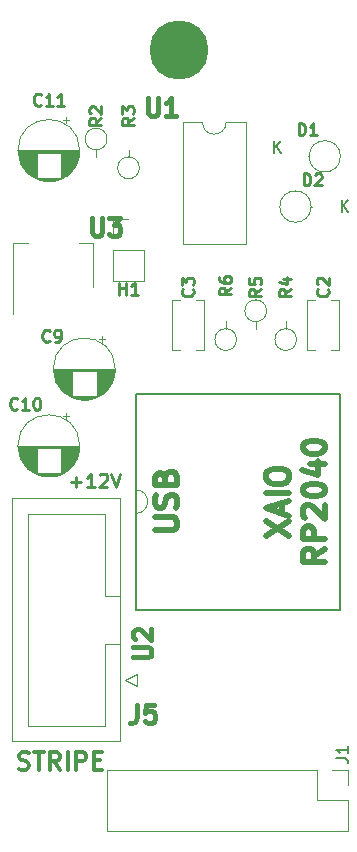
<source format=gto>
%TF.GenerationSoftware,KiCad,Pcbnew,(6.0.1)*%
%TF.CreationDate,2022-09-30T20:37:04-04:00*%
%TF.ProjectId,SYNTH-VCO_DB-03,53594e54-482d-4564-934f-5f44422d3033,1*%
%TF.SameCoordinates,Original*%
%TF.FileFunction,Legend,Top*%
%TF.FilePolarity,Positive*%
%FSLAX46Y46*%
G04 Gerber Fmt 4.6, Leading zero omitted, Abs format (unit mm)*
G04 Created by KiCad (PCBNEW (6.0.1)) date 2022-09-30 20:37:04*
%MOMM*%
%LPD*%
G01*
G04 APERTURE LIST*
%ADD10C,0.476250*%
%ADD11C,0.285750*%
%ADD12C,0.375000*%
%ADD13C,0.254000*%
%ADD14C,0.150000*%
%ADD15C,0.381000*%
%ADD16C,0.120000*%
%ADD17C,5.000000*%
G04 APERTURE END LIST*
D10*
X97423260Y-83902857D02*
X99328260Y-82632857D01*
X97423260Y-82632857D02*
X99328260Y-83902857D01*
X98783975Y-81997857D02*
X98783975Y-81090714D01*
X99328260Y-82179285D02*
X97423260Y-81544285D01*
X99328260Y-80909285D01*
X99328260Y-80274285D02*
X97423260Y-80274285D01*
X97423260Y-79004285D02*
X97423260Y-78641428D01*
X97513975Y-78460000D01*
X97695403Y-78278571D01*
X98058260Y-78187857D01*
X98693260Y-78187857D01*
X99056117Y-78278571D01*
X99237546Y-78460000D01*
X99328260Y-78641428D01*
X99328260Y-79004285D01*
X99237546Y-79185714D01*
X99056117Y-79367142D01*
X98693260Y-79457857D01*
X98058260Y-79457857D01*
X97695403Y-79367142D01*
X97513975Y-79185714D01*
X97423260Y-79004285D01*
X102395310Y-84991428D02*
X101488167Y-85626428D01*
X102395310Y-86080000D02*
X100490310Y-86080000D01*
X100490310Y-85354285D01*
X100581025Y-85172857D01*
X100671739Y-85082142D01*
X100853167Y-84991428D01*
X101125310Y-84991428D01*
X101306739Y-85082142D01*
X101397453Y-85172857D01*
X101488167Y-85354285D01*
X101488167Y-86080000D01*
X102395310Y-84175000D02*
X100490310Y-84175000D01*
X100490310Y-83449285D01*
X100581025Y-83267857D01*
X100671739Y-83177142D01*
X100853167Y-83086428D01*
X101125310Y-83086428D01*
X101306739Y-83177142D01*
X101397453Y-83267857D01*
X101488167Y-83449285D01*
X101488167Y-84175000D01*
X100671739Y-82360714D02*
X100581025Y-82270000D01*
X100490310Y-82088571D01*
X100490310Y-81635000D01*
X100581025Y-81453571D01*
X100671739Y-81362857D01*
X100853167Y-81272142D01*
X101034596Y-81272142D01*
X101306739Y-81362857D01*
X102395310Y-82451428D01*
X102395310Y-81272142D01*
X100490310Y-80092857D02*
X100490310Y-79911428D01*
X100581025Y-79730000D01*
X100671739Y-79639285D01*
X100853167Y-79548571D01*
X101216025Y-79457857D01*
X101669596Y-79457857D01*
X102032453Y-79548571D01*
X102213882Y-79639285D01*
X102304596Y-79730000D01*
X102395310Y-79911428D01*
X102395310Y-80092857D01*
X102304596Y-80274285D01*
X102213882Y-80365000D01*
X102032453Y-80455714D01*
X101669596Y-80546428D01*
X101216025Y-80546428D01*
X100853167Y-80455714D01*
X100671739Y-80365000D01*
X100581025Y-80274285D01*
X100490310Y-80092857D01*
X101125310Y-77825000D02*
X102395310Y-77825000D01*
X100399596Y-78278571D02*
X101760310Y-78732142D01*
X101760310Y-77552857D01*
X100490310Y-76464285D02*
X100490310Y-76282857D01*
X100581025Y-76101428D01*
X100671739Y-76010714D01*
X100853167Y-75920000D01*
X101216025Y-75829285D01*
X101669596Y-75829285D01*
X102032453Y-75920000D01*
X102213882Y-76010714D01*
X102304596Y-76101428D01*
X102395310Y-76282857D01*
X102395310Y-76464285D01*
X102304596Y-76645714D01*
X102213882Y-76736428D01*
X102032453Y-76827142D01*
X101669596Y-76917857D01*
X101216025Y-76917857D01*
X100853167Y-76827142D01*
X100671739Y-76736428D01*
X100581025Y-76645714D01*
X100490310Y-76464285D01*
X87956785Y-83403928D02*
X89498928Y-83403928D01*
X89680357Y-83313214D01*
X89771071Y-83222500D01*
X89861785Y-83041071D01*
X89861785Y-82678214D01*
X89771071Y-82496785D01*
X89680357Y-82406071D01*
X89498928Y-82315357D01*
X87956785Y-82315357D01*
X89771071Y-81498928D02*
X89861785Y-81226785D01*
X89861785Y-80773214D01*
X89771071Y-80591785D01*
X89680357Y-80501071D01*
X89498928Y-80410357D01*
X89317500Y-80410357D01*
X89136071Y-80501071D01*
X89045357Y-80591785D01*
X88954642Y-80773214D01*
X88863928Y-81136071D01*
X88773214Y-81317500D01*
X88682500Y-81408214D01*
X88501071Y-81498928D01*
X88319642Y-81498928D01*
X88138214Y-81408214D01*
X88047500Y-81317500D01*
X87956785Y-81136071D01*
X87956785Y-80682500D01*
X88047500Y-80410357D01*
X88863928Y-78958928D02*
X88954642Y-78686785D01*
X89045357Y-78596071D01*
X89226785Y-78505357D01*
X89498928Y-78505357D01*
X89680357Y-78596071D01*
X89771071Y-78686785D01*
X89861785Y-78868214D01*
X89861785Y-79593928D01*
X87956785Y-79593928D01*
X87956785Y-78958928D01*
X88047500Y-78777500D01*
X88138214Y-78686785D01*
X88319642Y-78596071D01*
X88501071Y-78596071D01*
X88682500Y-78686785D01*
X88773214Y-78777500D01*
X88863928Y-78958928D01*
X88863928Y-79593928D01*
D11*
X80858405Y-79331642D02*
X81729262Y-79331642D01*
X81293833Y-79767071D02*
X81293833Y-78896214D01*
X82872262Y-79767071D02*
X82219119Y-79767071D01*
X82545691Y-79767071D02*
X82545691Y-78624071D01*
X82436833Y-78787357D01*
X82327976Y-78896214D01*
X82219119Y-78950642D01*
X83307691Y-78732928D02*
X83362119Y-78678500D01*
X83470976Y-78624071D01*
X83743119Y-78624071D01*
X83851976Y-78678500D01*
X83906405Y-78732928D01*
X83960833Y-78841785D01*
X83960833Y-78950642D01*
X83906405Y-79113928D01*
X83253262Y-79767071D01*
X83960833Y-79767071D01*
X84287405Y-78624071D02*
X84668405Y-79767071D01*
X85049405Y-78624071D01*
D12*
X76464285Y-103607142D02*
X76678571Y-103678571D01*
X77035714Y-103678571D01*
X77178571Y-103607142D01*
X77250000Y-103535714D01*
X77321428Y-103392857D01*
X77321428Y-103250000D01*
X77250000Y-103107142D01*
X77178571Y-103035714D01*
X77035714Y-102964285D01*
X76750000Y-102892857D01*
X76607142Y-102821428D01*
X76535714Y-102750000D01*
X76464285Y-102607142D01*
X76464285Y-102464285D01*
X76535714Y-102321428D01*
X76607142Y-102250000D01*
X76750000Y-102178571D01*
X77107142Y-102178571D01*
X77321428Y-102250000D01*
X77750000Y-102178571D02*
X78607142Y-102178571D01*
X78178571Y-103678571D02*
X78178571Y-102178571D01*
X79964285Y-103678571D02*
X79464285Y-102964285D01*
X79107142Y-103678571D02*
X79107142Y-102178571D01*
X79678571Y-102178571D01*
X79821428Y-102250000D01*
X79892857Y-102321428D01*
X79964285Y-102464285D01*
X79964285Y-102678571D01*
X79892857Y-102821428D01*
X79821428Y-102892857D01*
X79678571Y-102964285D01*
X79107142Y-102964285D01*
X80607142Y-103678571D02*
X80607142Y-102178571D01*
X81321428Y-103678571D02*
X81321428Y-102178571D01*
X81892857Y-102178571D01*
X82035714Y-102250000D01*
X82107142Y-102321428D01*
X82178571Y-102464285D01*
X82178571Y-102678571D01*
X82107142Y-102821428D01*
X82035714Y-102892857D01*
X81892857Y-102964285D01*
X81321428Y-102964285D01*
X82821428Y-102892857D02*
X83321428Y-102892857D01*
X83535714Y-103678571D02*
X82821428Y-103678571D01*
X82821428Y-102178571D01*
X83535714Y-102178571D01*
D13*
%TO.C,C11*%
X78346857Y-47362857D02*
X78298476Y-47411238D01*
X78153333Y-47459619D01*
X78056571Y-47459619D01*
X77911428Y-47411238D01*
X77814666Y-47314476D01*
X77766285Y-47217714D01*
X77717904Y-47024190D01*
X77717904Y-46879047D01*
X77766285Y-46685523D01*
X77814666Y-46588761D01*
X77911428Y-46492000D01*
X78056571Y-46443619D01*
X78153333Y-46443619D01*
X78298476Y-46492000D01*
X78346857Y-46540380D01*
X79314476Y-47459619D02*
X78733904Y-47459619D01*
X79024190Y-47459619D02*
X79024190Y-46443619D01*
X78927428Y-46588761D01*
X78830666Y-46685523D01*
X78733904Y-46733904D01*
X80282095Y-47459619D02*
X79701523Y-47459619D01*
X79991809Y-47459619D02*
X79991809Y-46443619D01*
X79895047Y-46588761D01*
X79798285Y-46685523D01*
X79701523Y-46733904D01*
%TO.C,C9*%
X79080666Y-67362857D02*
X79032285Y-67411238D01*
X78887142Y-67459619D01*
X78790380Y-67459619D01*
X78645238Y-67411238D01*
X78548476Y-67314476D01*
X78500095Y-67217714D01*
X78451714Y-67024190D01*
X78451714Y-66879047D01*
X78500095Y-66685523D01*
X78548476Y-66588761D01*
X78645238Y-66492000D01*
X78790380Y-66443619D01*
X78887142Y-66443619D01*
X79032285Y-66492000D01*
X79080666Y-66540380D01*
X79564476Y-67459619D02*
X79758000Y-67459619D01*
X79854761Y-67411238D01*
X79903142Y-67362857D01*
X79999904Y-67217714D01*
X80048285Y-67024190D01*
X80048285Y-66637142D01*
X79999904Y-66540380D01*
X79951523Y-66492000D01*
X79854761Y-66443619D01*
X79661238Y-66443619D01*
X79564476Y-66492000D01*
X79516095Y-66540380D01*
X79467714Y-66637142D01*
X79467714Y-66879047D01*
X79516095Y-66975809D01*
X79564476Y-67024190D01*
X79661238Y-67072571D01*
X79854761Y-67072571D01*
X79951523Y-67024190D01*
X79999904Y-66975809D01*
X80048285Y-66879047D01*
%TO.C,D1*%
X100148724Y-49959619D02*
X100148724Y-48943619D01*
X100390629Y-48943619D01*
X100535771Y-48992000D01*
X100632533Y-49088761D01*
X100680914Y-49185523D01*
X100729295Y-49379047D01*
X100729295Y-49524190D01*
X100680914Y-49717714D01*
X100632533Y-49814476D01*
X100535771Y-49911238D01*
X100390629Y-49959619D01*
X100148724Y-49959619D01*
X101696914Y-49959619D02*
X101116343Y-49959619D01*
X101406629Y-49959619D02*
X101406629Y-48943619D01*
X101309867Y-49088761D01*
X101213105Y-49185523D01*
X101116343Y-49233904D01*
D14*
X98067096Y-51440380D02*
X98067096Y-50440380D01*
X98638524Y-51440380D02*
X98209953Y-50868952D01*
X98638524Y-50440380D02*
X98067096Y-51011809D01*
%TO.C,J1*%
X103338380Y-102695333D02*
X104052666Y-102695333D01*
X104195523Y-102742952D01*
X104290761Y-102838190D01*
X104338380Y-102981047D01*
X104338380Y-103076285D01*
X104338380Y-101695333D02*
X104338380Y-102266761D01*
X104338380Y-101981047D02*
X103338380Y-101981047D01*
X103481238Y-102076285D01*
X103576476Y-102171523D01*
X103624095Y-102266761D01*
D13*
%TO.C,R3*%
X86209619Y-48494333D02*
X85725809Y-48833000D01*
X86209619Y-49074904D02*
X85193619Y-49074904D01*
X85193619Y-48687857D01*
X85242000Y-48591095D01*
X85290380Y-48542714D01*
X85387142Y-48494333D01*
X85532285Y-48494333D01*
X85629047Y-48542714D01*
X85677428Y-48591095D01*
X85725809Y-48687857D01*
X85725809Y-49074904D01*
X85193619Y-48155666D02*
X85193619Y-47526714D01*
X85580666Y-47865380D01*
X85580666Y-47720238D01*
X85629047Y-47623476D01*
X85677428Y-47575095D01*
X85774190Y-47526714D01*
X86016095Y-47526714D01*
X86112857Y-47575095D01*
X86161238Y-47623476D01*
X86209619Y-47720238D01*
X86209619Y-48010523D01*
X86161238Y-48107285D01*
X86112857Y-48155666D01*
%TO.C,C2*%
X102597857Y-62984333D02*
X102646238Y-63032714D01*
X102694619Y-63177857D01*
X102694619Y-63274619D01*
X102646238Y-63419761D01*
X102549476Y-63516523D01*
X102452714Y-63564904D01*
X102259190Y-63613285D01*
X102114047Y-63613285D01*
X101920523Y-63564904D01*
X101823761Y-63516523D01*
X101727000Y-63419761D01*
X101678619Y-63274619D01*
X101678619Y-63177857D01*
X101727000Y-63032714D01*
X101775380Y-62984333D01*
X101775380Y-62597285D02*
X101727000Y-62548904D01*
X101678619Y-62452142D01*
X101678619Y-62210238D01*
X101727000Y-62113476D01*
X101775380Y-62065095D01*
X101872142Y-62016714D01*
X101968904Y-62016714D01*
X102114047Y-62065095D01*
X102694619Y-62645666D01*
X102694619Y-62016714D01*
%TO.C,R5*%
X96979619Y-62984333D02*
X96495809Y-63323000D01*
X96979619Y-63564904D02*
X95963619Y-63564904D01*
X95963619Y-63177857D01*
X96012000Y-63081095D01*
X96060380Y-63032714D01*
X96157142Y-62984333D01*
X96302285Y-62984333D01*
X96399047Y-63032714D01*
X96447428Y-63081095D01*
X96495809Y-63177857D01*
X96495809Y-63564904D01*
X95963619Y-62065095D02*
X95963619Y-62548904D01*
X96447428Y-62597285D01*
X96399047Y-62548904D01*
X96350666Y-62452142D01*
X96350666Y-62210238D01*
X96399047Y-62113476D01*
X96447428Y-62065095D01*
X96544190Y-62016714D01*
X96786095Y-62016714D01*
X96882857Y-62065095D01*
X96931238Y-62113476D01*
X96979619Y-62210238D01*
X96979619Y-62452142D01*
X96931238Y-62548904D01*
X96882857Y-62597285D01*
%TO.C,D2*%
X100575781Y-54209619D02*
X100575781Y-53193619D01*
X100817686Y-53193619D01*
X100962828Y-53242000D01*
X101059590Y-53338761D01*
X101107971Y-53435523D01*
X101156352Y-53629047D01*
X101156352Y-53774190D01*
X101107971Y-53967714D01*
X101059590Y-54064476D01*
X100962828Y-54161238D01*
X100817686Y-54209619D01*
X100575781Y-54209619D01*
X101543400Y-53290380D02*
X101591781Y-53242000D01*
X101688543Y-53193619D01*
X101930447Y-53193619D01*
X102027209Y-53242000D01*
X102075590Y-53290380D01*
X102123971Y-53387142D01*
X102123971Y-53483904D01*
X102075590Y-53629047D01*
X101495019Y-54209619D01*
X102123971Y-54209619D01*
D14*
X103786096Y-56452380D02*
X103786096Y-55452380D01*
X104357524Y-56452380D02*
X103928953Y-55880952D01*
X104357524Y-55452380D02*
X103786096Y-56023809D01*
D15*
%TO.C,U1*%
X87393857Y-46815428D02*
X87393857Y-48049142D01*
X87466428Y-48194285D01*
X87539000Y-48266857D01*
X87684142Y-48339428D01*
X87974428Y-48339428D01*
X88119571Y-48266857D01*
X88192142Y-48194285D01*
X88264714Y-48049142D01*
X88264714Y-46815428D01*
X89788714Y-48339428D02*
X88917857Y-48339428D01*
X89353285Y-48339428D02*
X89353285Y-46815428D01*
X89208142Y-47033142D01*
X89063000Y-47178285D01*
X88917857Y-47250857D01*
D13*
%TO.C,C3*%
X91167857Y-62984333D02*
X91216238Y-63032714D01*
X91264619Y-63177857D01*
X91264619Y-63274619D01*
X91216238Y-63419761D01*
X91119476Y-63516523D01*
X91022714Y-63564904D01*
X90829190Y-63613285D01*
X90684047Y-63613285D01*
X90490523Y-63564904D01*
X90393761Y-63516523D01*
X90297000Y-63419761D01*
X90248619Y-63274619D01*
X90248619Y-63177857D01*
X90297000Y-63032714D01*
X90345380Y-62984333D01*
X90248619Y-62645666D02*
X90248619Y-62016714D01*
X90635666Y-62355380D01*
X90635666Y-62210238D01*
X90684047Y-62113476D01*
X90732428Y-62065095D01*
X90829190Y-62016714D01*
X91071095Y-62016714D01*
X91167857Y-62065095D01*
X91216238Y-62113476D01*
X91264619Y-62210238D01*
X91264619Y-62500523D01*
X91216238Y-62597285D01*
X91167857Y-62645666D01*
D15*
%TO.C,J5*%
X86492000Y-98165428D02*
X86492000Y-99254000D01*
X86419428Y-99471714D01*
X86274285Y-99616857D01*
X86056571Y-99689428D01*
X85911428Y-99689428D01*
X87943428Y-98165428D02*
X87217714Y-98165428D01*
X87145142Y-98891142D01*
X87217714Y-98818571D01*
X87362857Y-98746000D01*
X87725714Y-98746000D01*
X87870857Y-98818571D01*
X87943428Y-98891142D01*
X88016000Y-99036285D01*
X88016000Y-99399142D01*
X87943428Y-99544285D01*
X87870857Y-99616857D01*
X87725714Y-99689428D01*
X87362857Y-99689428D01*
X87217714Y-99616857D01*
X87145142Y-99544285D01*
%TO.C,U2*%
X86165428Y-94161142D02*
X87399142Y-94161142D01*
X87544285Y-94088571D01*
X87616857Y-94016000D01*
X87689428Y-93870857D01*
X87689428Y-93580571D01*
X87616857Y-93435428D01*
X87544285Y-93362857D01*
X87399142Y-93290285D01*
X86165428Y-93290285D01*
X86310571Y-92637142D02*
X86238000Y-92564571D01*
X86165428Y-92419428D01*
X86165428Y-92056571D01*
X86238000Y-91911428D01*
X86310571Y-91838857D01*
X86455714Y-91766285D01*
X86600857Y-91766285D01*
X86818571Y-91838857D01*
X87689428Y-92709714D01*
X87689428Y-91766285D01*
D13*
%TO.C,H1*%
X84950904Y-63451619D02*
X84950904Y-62435619D01*
X84950904Y-62919428D02*
X85531476Y-62919428D01*
X85531476Y-63451619D02*
X85531476Y-62435619D01*
X86547476Y-63451619D02*
X85966904Y-63451619D01*
X86257190Y-63451619D02*
X86257190Y-62435619D01*
X86160428Y-62580761D01*
X86063666Y-62677523D01*
X85966904Y-62725904D01*
%TO.C,R2*%
X83459619Y-48494333D02*
X82975809Y-48833000D01*
X83459619Y-49074904D02*
X82443619Y-49074904D01*
X82443619Y-48687857D01*
X82492000Y-48591095D01*
X82540380Y-48542714D01*
X82637142Y-48494333D01*
X82782285Y-48494333D01*
X82879047Y-48542714D01*
X82927428Y-48591095D01*
X82975809Y-48687857D01*
X82975809Y-49074904D01*
X82540380Y-48107285D02*
X82492000Y-48058904D01*
X82443619Y-47962142D01*
X82443619Y-47720238D01*
X82492000Y-47623476D01*
X82540380Y-47575095D01*
X82637142Y-47526714D01*
X82733904Y-47526714D01*
X82879047Y-47575095D01*
X83459619Y-48155666D01*
X83459619Y-47526714D01*
%TO.C,R6*%
X94439619Y-62857333D02*
X93955809Y-63196000D01*
X94439619Y-63437904D02*
X93423619Y-63437904D01*
X93423619Y-63050857D01*
X93472000Y-62954095D01*
X93520380Y-62905714D01*
X93617142Y-62857333D01*
X93762285Y-62857333D01*
X93859047Y-62905714D01*
X93907428Y-62954095D01*
X93955809Y-63050857D01*
X93955809Y-63437904D01*
X93423619Y-61986476D02*
X93423619Y-62180000D01*
X93472000Y-62276761D01*
X93520380Y-62325142D01*
X93665523Y-62421904D01*
X93859047Y-62470285D01*
X94246095Y-62470285D01*
X94342857Y-62421904D01*
X94391238Y-62373523D01*
X94439619Y-62276761D01*
X94439619Y-62083238D01*
X94391238Y-61986476D01*
X94342857Y-61938095D01*
X94246095Y-61889714D01*
X94004190Y-61889714D01*
X93907428Y-61938095D01*
X93859047Y-61986476D01*
X93810666Y-62083238D01*
X93810666Y-62276761D01*
X93859047Y-62373523D01*
X93907428Y-62421904D01*
X94004190Y-62470285D01*
%TO.C,R4*%
X99519619Y-62984333D02*
X99035809Y-63323000D01*
X99519619Y-63564904D02*
X98503619Y-63564904D01*
X98503619Y-63177857D01*
X98552000Y-63081095D01*
X98600380Y-63032714D01*
X98697142Y-62984333D01*
X98842285Y-62984333D01*
X98939047Y-63032714D01*
X98987428Y-63081095D01*
X99035809Y-63177857D01*
X99035809Y-63564904D01*
X98842285Y-62113476D02*
X99519619Y-62113476D01*
X98455238Y-62355380D02*
X99180952Y-62597285D01*
X99180952Y-61968333D01*
%TO.C,C10*%
X76346857Y-73112857D02*
X76298476Y-73161238D01*
X76153333Y-73209619D01*
X76056571Y-73209619D01*
X75911428Y-73161238D01*
X75814666Y-73064476D01*
X75766285Y-72967714D01*
X75717904Y-72774190D01*
X75717904Y-72629047D01*
X75766285Y-72435523D01*
X75814666Y-72338761D01*
X75911428Y-72242000D01*
X76056571Y-72193619D01*
X76153333Y-72193619D01*
X76298476Y-72242000D01*
X76346857Y-72290380D01*
X77314476Y-73209619D02*
X76733904Y-73209619D01*
X77024190Y-73209619D02*
X77024190Y-72193619D01*
X76927428Y-72338761D01*
X76830666Y-72435523D01*
X76733904Y-72483904D01*
X77943428Y-72193619D02*
X78040190Y-72193619D01*
X78136952Y-72242000D01*
X78185333Y-72290380D01*
X78233714Y-72387142D01*
X78282095Y-72580666D01*
X78282095Y-72822571D01*
X78233714Y-73016095D01*
X78185333Y-73112857D01*
X78136952Y-73161238D01*
X78040190Y-73209619D01*
X77943428Y-73209619D01*
X77846666Y-73161238D01*
X77798285Y-73112857D01*
X77749904Y-73016095D01*
X77701523Y-72822571D01*
X77701523Y-72580666D01*
X77749904Y-72387142D01*
X77798285Y-72290380D01*
X77846666Y-72242000D01*
X77943428Y-72193619D01*
D15*
%TO.C,U3*%
X82658857Y-56950428D02*
X82658857Y-58184142D01*
X82731428Y-58329285D01*
X82804000Y-58401857D01*
X82949142Y-58474428D01*
X83239428Y-58474428D01*
X83384571Y-58401857D01*
X83457142Y-58329285D01*
X83529714Y-58184142D01*
X83529714Y-56950428D01*
X84110285Y-56950428D02*
X85053714Y-56950428D01*
X84545714Y-57531000D01*
X84763428Y-57531000D01*
X84908571Y-57603571D01*
X84981142Y-57676142D01*
X85053714Y-57821285D01*
X85053714Y-58184142D01*
X84981142Y-58329285D01*
X84908571Y-58401857D01*
X84763428Y-58474428D01*
X84328000Y-58474428D01*
X84182857Y-58401857D01*
X84110285Y-58329285D01*
D16*
%TO.C,C11*%
X81095000Y-52771000D02*
X80040000Y-52771000D01*
X80251000Y-53531000D02*
X80040000Y-53531000D01*
X80725000Y-48695225D02*
X80225000Y-48695225D01*
X81329000Y-52371000D02*
X80040000Y-52371000D01*
X81520000Y-51810000D02*
X80040000Y-51810000D01*
X80826000Y-53091000D02*
X80040000Y-53091000D01*
X80743000Y-53171000D02*
X80040000Y-53171000D01*
X80937000Y-52971000D02*
X80040000Y-52971000D01*
X77960000Y-52811000D02*
X76935000Y-52811000D01*
X77960000Y-51971000D02*
X76520000Y-51971000D01*
X77960000Y-53451000D02*
X77617000Y-53451000D01*
X77960000Y-52491000D02*
X76732000Y-52491000D01*
X81398000Y-52211000D02*
X80040000Y-52211000D01*
X77960000Y-52691000D02*
X76851000Y-52691000D01*
X81543000Y-51690000D02*
X80040000Y-51690000D01*
X80500000Y-53371000D02*
X80040000Y-53371000D01*
X77960000Y-52611000D02*
X76800000Y-52611000D01*
X81442000Y-52091000D02*
X80040000Y-52091000D01*
X77960000Y-52371000D02*
X76671000Y-52371000D01*
X81561000Y-51570000D02*
X80040000Y-51570000D01*
X80699000Y-53211000D02*
X80040000Y-53211000D01*
X80098000Y-53611000D02*
X77902000Y-53611000D01*
X81579000Y-51330000D02*
X76421000Y-51330000D01*
X81175000Y-52651000D02*
X80040000Y-52651000D01*
X80605000Y-53291000D02*
X80040000Y-53291000D01*
X80443000Y-53411000D02*
X80040000Y-53411000D01*
X77960000Y-52771000D02*
X76905000Y-52771000D01*
X77960000Y-52331000D02*
X76652000Y-52331000D01*
X77960000Y-52411000D02*
X76690000Y-52411000D01*
X77960000Y-52091000D02*
X76558000Y-52091000D01*
X81556000Y-51610000D02*
X80040000Y-51610000D01*
X81065000Y-52811000D02*
X80040000Y-52811000D01*
X79284000Y-53851000D02*
X78716000Y-53851000D01*
X77960000Y-53171000D02*
X77257000Y-53171000D01*
X77960000Y-52971000D02*
X77063000Y-52971000D01*
X81428000Y-52131000D02*
X80040000Y-52131000D01*
X77960000Y-53251000D02*
X77347000Y-53251000D01*
X80785000Y-53131000D02*
X80040000Y-53131000D01*
X81122000Y-52731000D02*
X80040000Y-52731000D01*
X77960000Y-51490000D02*
X76431000Y-51490000D01*
X81576000Y-51410000D02*
X76424000Y-51410000D01*
X81536000Y-51730000D02*
X80040000Y-51730000D01*
X77960000Y-52011000D02*
X76532000Y-52011000D01*
X80475000Y-48445225D02*
X80475000Y-48945225D01*
X81468000Y-52011000D02*
X80040000Y-52011000D01*
X81200000Y-52611000D02*
X80040000Y-52611000D01*
X81580000Y-51250000D02*
X76420000Y-51250000D01*
X81528000Y-51770000D02*
X80040000Y-51770000D01*
X79518000Y-53811000D02*
X78482000Y-53811000D01*
X81004000Y-52891000D02*
X80040000Y-52891000D01*
X77960000Y-52931000D02*
X77029000Y-52931000D01*
X77960000Y-52211000D02*
X76602000Y-52211000D01*
X80554000Y-53331000D02*
X80040000Y-53331000D01*
X81455000Y-52051000D02*
X80040000Y-52051000D01*
X81480000Y-51971000D02*
X80040000Y-51971000D01*
X77960000Y-53411000D02*
X77557000Y-53411000D01*
X77960000Y-53531000D02*
X77749000Y-53531000D01*
X77960000Y-51610000D02*
X76444000Y-51610000D01*
X81290000Y-52451000D02*
X80040000Y-52451000D01*
X77960000Y-52051000D02*
X76545000Y-52051000D01*
X81580000Y-51290000D02*
X76420000Y-51290000D01*
X80383000Y-53451000D02*
X80040000Y-53451000D01*
X77960000Y-51810000D02*
X76480000Y-51810000D01*
X77960000Y-52171000D02*
X76586000Y-52171000D01*
X77960000Y-52851000D02*
X76965000Y-52851000D01*
X77960000Y-51930000D02*
X76509000Y-51930000D01*
X81224000Y-52571000D02*
X80040000Y-52571000D01*
X77960000Y-52531000D02*
X76753000Y-52531000D01*
X81565000Y-51530000D02*
X80040000Y-51530000D01*
X77960000Y-51650000D02*
X76450000Y-51650000D01*
X81501000Y-51890000D02*
X80040000Y-51890000D01*
X81310000Y-52411000D02*
X80040000Y-52411000D01*
X77960000Y-51770000D02*
X76472000Y-51770000D01*
X81569000Y-51490000D02*
X80040000Y-51490000D01*
X81035000Y-52851000D02*
X80040000Y-52851000D01*
X81491000Y-51930000D02*
X80040000Y-51930000D01*
X77960000Y-53131000D02*
X77215000Y-53131000D01*
X80178000Y-53571000D02*
X77822000Y-53571000D01*
X80653000Y-53251000D02*
X80040000Y-53251000D01*
X81348000Y-52331000D02*
X80040000Y-52331000D01*
X77960000Y-53331000D02*
X77446000Y-53331000D01*
X79915000Y-53691000D02*
X78085000Y-53691000D01*
X77960000Y-52131000D02*
X76572000Y-52131000D01*
X79805000Y-53731000D02*
X78195000Y-53731000D01*
X77960000Y-53291000D02*
X77395000Y-53291000D01*
X77960000Y-52891000D02*
X76996000Y-52891000D01*
X81573000Y-51450000D02*
X76427000Y-51450000D01*
X79677000Y-53771000D02*
X78323000Y-53771000D01*
X77960000Y-53211000D02*
X77301000Y-53211000D01*
X81149000Y-52691000D02*
X80040000Y-52691000D01*
X80011000Y-53651000D02*
X77989000Y-53651000D01*
X77960000Y-52451000D02*
X76710000Y-52451000D01*
X77960000Y-52571000D02*
X76776000Y-52571000D01*
X81578000Y-51370000D02*
X76422000Y-51370000D01*
X80901000Y-53011000D02*
X80040000Y-53011000D01*
X77960000Y-53051000D02*
X77136000Y-53051000D01*
X81382000Y-52251000D02*
X80040000Y-52251000D01*
X77960000Y-51850000D02*
X76489000Y-51850000D01*
X77960000Y-53011000D02*
X77099000Y-53011000D01*
X77960000Y-52731000D02*
X76878000Y-52731000D01*
X77960000Y-52651000D02*
X76825000Y-52651000D01*
X81365000Y-52291000D02*
X80040000Y-52291000D01*
X80971000Y-52931000D02*
X80040000Y-52931000D01*
X81414000Y-52171000D02*
X80040000Y-52171000D01*
X77960000Y-52251000D02*
X76618000Y-52251000D01*
X77960000Y-52291000D02*
X76635000Y-52291000D01*
X80864000Y-53051000D02*
X80040000Y-53051000D01*
X81550000Y-51650000D02*
X80040000Y-51650000D01*
X80319000Y-53491000D02*
X80040000Y-53491000D01*
X77960000Y-53491000D02*
X77681000Y-53491000D01*
X77960000Y-51730000D02*
X76464000Y-51730000D01*
X77960000Y-51570000D02*
X76439000Y-51570000D01*
X77960000Y-51690000D02*
X76457000Y-51690000D01*
X77960000Y-51530000D02*
X76435000Y-51530000D01*
X81511000Y-51850000D02*
X80040000Y-51850000D01*
X81247000Y-52531000D02*
X80040000Y-52531000D01*
X77960000Y-53091000D02*
X77174000Y-53091000D01*
X77960000Y-51890000D02*
X76499000Y-51890000D01*
X77960000Y-53371000D02*
X77500000Y-53371000D01*
X81268000Y-52491000D02*
X80040000Y-52491000D01*
X81620000Y-51250000D02*
G75*
G03*
X81620000Y-51250000I-2620000J0D01*
G01*
%TO.C,C9*%
X80960000Y-71471000D02*
X80063000Y-71471000D01*
X80960000Y-71111000D02*
X79800000Y-71111000D01*
X84556000Y-70110000D02*
X83040000Y-70110000D01*
X80960000Y-70270000D02*
X79472000Y-70270000D01*
X80960000Y-71511000D02*
X80099000Y-71511000D01*
X80960000Y-70951000D02*
X79710000Y-70951000D01*
X84122000Y-71231000D02*
X83040000Y-71231000D01*
X80960000Y-70551000D02*
X79545000Y-70551000D01*
X84550000Y-70150000D02*
X83040000Y-70150000D01*
X83699000Y-71711000D02*
X83040000Y-71711000D01*
X80960000Y-71671000D02*
X80257000Y-71671000D01*
X80960000Y-70070000D02*
X79439000Y-70070000D01*
X80960000Y-70991000D02*
X79732000Y-70991000D01*
X84576000Y-69910000D02*
X79424000Y-69910000D01*
X83937000Y-71471000D02*
X83040000Y-71471000D01*
X84501000Y-70390000D02*
X83040000Y-70390000D01*
X80960000Y-70150000D02*
X79450000Y-70150000D01*
X80960000Y-70430000D02*
X79509000Y-70430000D01*
X80960000Y-70471000D02*
X79520000Y-70471000D01*
X83743000Y-71671000D02*
X83040000Y-71671000D01*
X80960000Y-71071000D02*
X79776000Y-71071000D01*
X80960000Y-70350000D02*
X79489000Y-70350000D01*
X83443000Y-71911000D02*
X83040000Y-71911000D01*
X84348000Y-70831000D02*
X83040000Y-70831000D01*
X83653000Y-71751000D02*
X83040000Y-71751000D01*
X80960000Y-71031000D02*
X79753000Y-71031000D01*
X80960000Y-71271000D02*
X79905000Y-71271000D01*
X80960000Y-70511000D02*
X79532000Y-70511000D01*
X84200000Y-71111000D02*
X83040000Y-71111000D01*
X80960000Y-71711000D02*
X80301000Y-71711000D01*
X83178000Y-72071000D02*
X80822000Y-72071000D01*
X80960000Y-70310000D02*
X79480000Y-70310000D01*
X82518000Y-72311000D02*
X81482000Y-72311000D01*
X84247000Y-71031000D02*
X83040000Y-71031000D01*
X83011000Y-72151000D02*
X80989000Y-72151000D01*
X83500000Y-71871000D02*
X83040000Y-71871000D01*
X84536000Y-70230000D02*
X83040000Y-70230000D01*
X83901000Y-71511000D02*
X83040000Y-71511000D01*
X82915000Y-72191000D02*
X81085000Y-72191000D01*
X84468000Y-70511000D02*
X83040000Y-70511000D01*
X80960000Y-71911000D02*
X80557000Y-71911000D01*
X80960000Y-70911000D02*
X79690000Y-70911000D01*
X80960000Y-71351000D02*
X79965000Y-71351000D01*
X84224000Y-71071000D02*
X83040000Y-71071000D01*
X84398000Y-70711000D02*
X83040000Y-70711000D01*
X84491000Y-70430000D02*
X83040000Y-70430000D01*
X84573000Y-69950000D02*
X79427000Y-69950000D01*
X84428000Y-70631000D02*
X83040000Y-70631000D01*
X84561000Y-70070000D02*
X83040000Y-70070000D01*
X80960000Y-71831000D02*
X80446000Y-71831000D01*
X83826000Y-71591000D02*
X83040000Y-71591000D01*
X83725000Y-67195225D02*
X83225000Y-67195225D01*
X80960000Y-71551000D02*
X80136000Y-71551000D01*
X84365000Y-70791000D02*
X83040000Y-70791000D01*
X80960000Y-70030000D02*
X79435000Y-70030000D01*
X80960000Y-71631000D02*
X80215000Y-71631000D01*
X80960000Y-71951000D02*
X80617000Y-71951000D01*
X84310000Y-70911000D02*
X83040000Y-70911000D01*
X84565000Y-70030000D02*
X83040000Y-70030000D01*
X84528000Y-70270000D02*
X83040000Y-70270000D01*
X84580000Y-69750000D02*
X79420000Y-69750000D01*
X84580000Y-69790000D02*
X79420000Y-69790000D01*
X80960000Y-71791000D02*
X80395000Y-71791000D01*
X80960000Y-71751000D02*
X80347000Y-71751000D01*
X80960000Y-71311000D02*
X79935000Y-71311000D01*
X80960000Y-70711000D02*
X79602000Y-70711000D01*
X84065000Y-71311000D02*
X83040000Y-71311000D01*
X84175000Y-71151000D02*
X83040000Y-71151000D01*
X84414000Y-70671000D02*
X83040000Y-70671000D01*
X84543000Y-70190000D02*
X83040000Y-70190000D01*
X82677000Y-72271000D02*
X81323000Y-72271000D01*
X84290000Y-70951000D02*
X83040000Y-70951000D01*
X84035000Y-71351000D02*
X83040000Y-71351000D01*
X84455000Y-70551000D02*
X83040000Y-70551000D01*
X83319000Y-71991000D02*
X83040000Y-71991000D01*
X83098000Y-72111000D02*
X80902000Y-72111000D01*
X80960000Y-70831000D02*
X79652000Y-70831000D01*
X83251000Y-72031000D02*
X83040000Y-72031000D01*
X80960000Y-71431000D02*
X80029000Y-71431000D01*
X84480000Y-70471000D02*
X83040000Y-70471000D01*
X80960000Y-72031000D02*
X80749000Y-72031000D01*
X82805000Y-72231000D02*
X81195000Y-72231000D01*
X80960000Y-70190000D02*
X79457000Y-70190000D01*
X80960000Y-71991000D02*
X80681000Y-71991000D01*
X80960000Y-70631000D02*
X79572000Y-70631000D01*
X84268000Y-70991000D02*
X83040000Y-70991000D01*
X80960000Y-71231000D02*
X79878000Y-71231000D01*
X80960000Y-70591000D02*
X79558000Y-70591000D01*
X84095000Y-71271000D02*
X83040000Y-71271000D01*
X84442000Y-70591000D02*
X83040000Y-70591000D01*
X84382000Y-70751000D02*
X83040000Y-70751000D01*
X83554000Y-71831000D02*
X83040000Y-71831000D01*
X84520000Y-70310000D02*
X83040000Y-70310000D01*
X83971000Y-71431000D02*
X83040000Y-71431000D01*
X83785000Y-71631000D02*
X83040000Y-71631000D01*
X80960000Y-71151000D02*
X79825000Y-71151000D01*
X80960000Y-70751000D02*
X79618000Y-70751000D01*
X80960000Y-70390000D02*
X79499000Y-70390000D01*
X84329000Y-70871000D02*
X83040000Y-70871000D01*
X84004000Y-71391000D02*
X83040000Y-71391000D01*
X80960000Y-70230000D02*
X79464000Y-70230000D01*
X83475000Y-66945225D02*
X83475000Y-67445225D01*
X84149000Y-71191000D02*
X83040000Y-71191000D01*
X84579000Y-69830000D02*
X79421000Y-69830000D01*
X80960000Y-70871000D02*
X79671000Y-70871000D01*
X80960000Y-70110000D02*
X79444000Y-70110000D01*
X80960000Y-70791000D02*
X79635000Y-70791000D01*
X80960000Y-69990000D02*
X79431000Y-69990000D01*
X80960000Y-71871000D02*
X80500000Y-71871000D01*
X84578000Y-69870000D02*
X79422000Y-69870000D01*
X80960000Y-71391000D02*
X79996000Y-71391000D01*
X82284000Y-72351000D02*
X81716000Y-72351000D01*
X83383000Y-71951000D02*
X83040000Y-71951000D01*
X80960000Y-71191000D02*
X79851000Y-71191000D01*
X83605000Y-71791000D02*
X83040000Y-71791000D01*
X84569000Y-69990000D02*
X83040000Y-69990000D01*
X83864000Y-71551000D02*
X83040000Y-71551000D01*
X80960000Y-70671000D02*
X79586000Y-70671000D01*
X84511000Y-70350000D02*
X83040000Y-70350000D01*
X80960000Y-71591000D02*
X80174000Y-71591000D01*
X84620000Y-69750000D02*
G75*
G03*
X84620000Y-69750000I-2620000J0D01*
G01*
%TO.C,D1*%
X101037944Y-51750000D02*
X100924315Y-51750000D01*
X103690686Y-51750000D02*
G75*
G03*
X103690686Y-51750000I-1326371J0D01*
G01*
%TO.C,J1*%
X104330000Y-106270000D02*
X104330000Y-108870000D01*
X104330000Y-103670000D02*
X104330000Y-105000000D01*
X83890000Y-103670000D02*
X83890000Y-108870000D01*
X104330000Y-108870000D02*
X83890000Y-108870000D01*
X103000000Y-103670000D02*
X104330000Y-103670000D01*
X101730000Y-103670000D02*
X83890000Y-103670000D01*
X101730000Y-103670000D02*
X101730000Y-106270000D01*
X101730000Y-106270000D02*
X104330000Y-106270000D01*
%TO.C,R3*%
X85750000Y-51800000D02*
X85750000Y-51180000D01*
X86670000Y-52720000D02*
G75*
G03*
X86670000Y-52720000I-920000J0D01*
G01*
%TO.C,C2*%
X101570000Y-63920000D02*
X100865000Y-63920000D01*
X103605000Y-63920000D02*
X102900000Y-63920000D01*
X103605000Y-63920000D02*
X103605000Y-68160000D01*
X103605000Y-68160000D02*
X102900000Y-68160000D01*
X101570000Y-68160000D02*
X100865000Y-68160000D01*
X100865000Y-63920000D02*
X100865000Y-68160000D01*
%TO.C,R5*%
X96520000Y-65740000D02*
X96520000Y-66360000D01*
X97440000Y-64820000D02*
G75*
G03*
X97440000Y-64820000I-920000J0D01*
G01*
%TO.C,D2*%
X101212057Y-56000000D02*
X101325686Y-56000000D01*
X101212057Y-56000000D02*
G75*
G03*
X101212057Y-56000000I-1326371J0D01*
G01*
%TO.C,U1*%
X95660000Y-48870000D02*
X94010000Y-48870000D01*
X90360000Y-48870000D02*
X90360000Y-59150000D01*
X90360000Y-59150000D02*
X95660000Y-59150000D01*
X92010000Y-48870000D02*
X90360000Y-48870000D01*
X95660000Y-59150000D02*
X95660000Y-48870000D01*
X92010000Y-48870000D02*
G75*
G03*
X94010000Y-48870000I1000000J0D01*
G01*
%TO.C,C3*%
X92175000Y-68160000D02*
X92175000Y-63920000D01*
X91470000Y-68160000D02*
X92175000Y-68160000D01*
X89435000Y-68160000D02*
X89435000Y-63920000D01*
X89435000Y-63920000D02*
X90140000Y-63920000D01*
X91470000Y-63920000D02*
X92175000Y-63920000D01*
X89435000Y-68160000D02*
X90140000Y-68160000D01*
%TO.C,J5*%
X83732500Y-93050000D02*
X83732500Y-99990000D01*
X86432500Y-95580000D02*
X85432500Y-96080000D01*
X75922500Y-80710000D02*
X85042500Y-80710000D01*
X85432500Y-96080000D02*
X86432500Y-96580000D01*
X77232500Y-99990000D02*
X77232500Y-82010000D01*
X75922500Y-101290000D02*
X75922500Y-80710000D01*
X83732500Y-88950000D02*
X83732500Y-88950000D01*
X83732500Y-82010000D02*
X83732500Y-88950000D01*
X86432500Y-96580000D02*
X86432500Y-95580000D01*
X85042500Y-101290000D02*
X75922500Y-101290000D01*
X83732500Y-99990000D02*
X77232500Y-99990000D01*
X77232500Y-82010000D02*
X83732500Y-82010000D01*
X83732500Y-88950000D02*
X85042500Y-88950000D01*
X85042500Y-80710000D02*
X85042500Y-101290000D01*
X85042500Y-93050000D02*
X83732500Y-93050000D01*
D14*
%TO.C,U2*%
X86364000Y-90144000D02*
X103636000Y-90144000D01*
X103636000Y-90144000D02*
X103636000Y-71856000D01*
X103636000Y-71856000D02*
X86364000Y-71856000D01*
X86364000Y-71856000D02*
X86364000Y-90144000D01*
D16*
X86364000Y-81984000D02*
G75*
G03*
X86364000Y-79984000I0J1000000D01*
G01*
%TO.C,H1*%
X84395000Y-57085000D02*
X85725000Y-57085000D01*
X87055000Y-59685000D02*
X87055000Y-62285000D01*
X84395000Y-59685000D02*
X87055000Y-59685000D01*
X84395000Y-58415000D02*
X84395000Y-57085000D01*
X84395000Y-59685000D02*
X84395000Y-62285000D01*
X84395000Y-62285000D02*
X87055000Y-62285000D01*
%TO.C,R2*%
X83000000Y-51200000D02*
X83000000Y-51820000D01*
X83920000Y-50280000D02*
G75*
G03*
X83920000Y-50280000I-920000J0D01*
G01*
%TO.C,R6*%
X93980000Y-66340000D02*
X93980000Y-65720000D01*
X94900000Y-67260000D02*
G75*
G03*
X94900000Y-67260000I-920000J0D01*
G01*
%TO.C,R4*%
X99060000Y-66340000D02*
X99060000Y-65720000D01*
X99980000Y-67260000D02*
G75*
G03*
X99980000Y-67260000I-920000J0D01*
G01*
%TO.C,C10*%
X81442000Y-77091000D02*
X80040000Y-77091000D01*
X77960000Y-76570000D02*
X76439000Y-76570000D01*
X80699000Y-78211000D02*
X80040000Y-78211000D01*
X81520000Y-76810000D02*
X80040000Y-76810000D01*
X80098000Y-78611000D02*
X77902000Y-78611000D01*
X81428000Y-77131000D02*
X80040000Y-77131000D01*
X77960000Y-77971000D02*
X77063000Y-77971000D01*
X77960000Y-77411000D02*
X76690000Y-77411000D01*
X77960000Y-76930000D02*
X76509000Y-76930000D01*
X81122000Y-77731000D02*
X80040000Y-77731000D01*
X81573000Y-76450000D02*
X76427000Y-76450000D01*
X77960000Y-77811000D02*
X76935000Y-77811000D01*
X80443000Y-78411000D02*
X80040000Y-78411000D01*
X77960000Y-77611000D02*
X76800000Y-77611000D01*
X77960000Y-76850000D02*
X76489000Y-76850000D01*
X81290000Y-77451000D02*
X80040000Y-77451000D01*
X81501000Y-76890000D02*
X80040000Y-76890000D01*
X79915000Y-78691000D02*
X78085000Y-78691000D01*
X81550000Y-76650000D02*
X80040000Y-76650000D01*
X77960000Y-78211000D02*
X77301000Y-78211000D01*
X81095000Y-77771000D02*
X80040000Y-77771000D01*
X81175000Y-77651000D02*
X80040000Y-77651000D01*
X77960000Y-78531000D02*
X77749000Y-78531000D01*
X80937000Y-77971000D02*
X80040000Y-77971000D01*
X81310000Y-77411000D02*
X80040000Y-77411000D01*
X77960000Y-77331000D02*
X76652000Y-77331000D01*
X77960000Y-77251000D02*
X76618000Y-77251000D01*
X77960000Y-76490000D02*
X76431000Y-76490000D01*
X77960000Y-78331000D02*
X77446000Y-78331000D01*
X79805000Y-78731000D02*
X78195000Y-78731000D01*
X77960000Y-78451000D02*
X77617000Y-78451000D01*
X77960000Y-77091000D02*
X76558000Y-77091000D01*
X77960000Y-76610000D02*
X76444000Y-76610000D01*
X80554000Y-78331000D02*
X80040000Y-78331000D01*
X81224000Y-77571000D02*
X80040000Y-77571000D01*
X77960000Y-77651000D02*
X76825000Y-77651000D01*
X81536000Y-76730000D02*
X80040000Y-76730000D01*
X81247000Y-77531000D02*
X80040000Y-77531000D01*
X81528000Y-76770000D02*
X80040000Y-76770000D01*
X77960000Y-77571000D02*
X76776000Y-77571000D01*
X80475000Y-73445225D02*
X80475000Y-73945225D01*
X77960000Y-78091000D02*
X77174000Y-78091000D01*
X80826000Y-78091000D02*
X80040000Y-78091000D01*
X79518000Y-78811000D02*
X78482000Y-78811000D01*
X77960000Y-76971000D02*
X76520000Y-76971000D01*
X77960000Y-77451000D02*
X76710000Y-77451000D01*
X81004000Y-77891000D02*
X80040000Y-77891000D01*
X77960000Y-78251000D02*
X77347000Y-78251000D01*
X79677000Y-78771000D02*
X78323000Y-78771000D01*
X77960000Y-78131000D02*
X77215000Y-78131000D01*
X81468000Y-77011000D02*
X80040000Y-77011000D01*
X81455000Y-77051000D02*
X80040000Y-77051000D01*
X81268000Y-77491000D02*
X80040000Y-77491000D01*
X80785000Y-78131000D02*
X80040000Y-78131000D01*
X81398000Y-77211000D02*
X80040000Y-77211000D01*
X77960000Y-77851000D02*
X76965000Y-77851000D01*
X77960000Y-78011000D02*
X77099000Y-78011000D01*
X81580000Y-76250000D02*
X76420000Y-76250000D01*
X81569000Y-76490000D02*
X80040000Y-76490000D01*
X81149000Y-77691000D02*
X80040000Y-77691000D01*
X81382000Y-77251000D02*
X80040000Y-77251000D01*
X81580000Y-76290000D02*
X76420000Y-76290000D01*
X77960000Y-76650000D02*
X76450000Y-76650000D01*
X80605000Y-78291000D02*
X80040000Y-78291000D01*
X77960000Y-76890000D02*
X76499000Y-76890000D01*
X77960000Y-78371000D02*
X77500000Y-78371000D01*
X77960000Y-77211000D02*
X76602000Y-77211000D01*
X81035000Y-77851000D02*
X80040000Y-77851000D01*
X77960000Y-76690000D02*
X76457000Y-76690000D01*
X77960000Y-78171000D02*
X77257000Y-78171000D01*
X80251000Y-78531000D02*
X80040000Y-78531000D01*
X77960000Y-77891000D02*
X76996000Y-77891000D01*
X80864000Y-78051000D02*
X80040000Y-78051000D01*
X80383000Y-78451000D02*
X80040000Y-78451000D01*
X80725000Y-73695225D02*
X80225000Y-73695225D01*
X77960000Y-76730000D02*
X76464000Y-76730000D01*
X77960000Y-77731000D02*
X76878000Y-77731000D01*
X81414000Y-77171000D02*
X80040000Y-77171000D01*
X80901000Y-78011000D02*
X80040000Y-78011000D01*
X77960000Y-77491000D02*
X76732000Y-77491000D01*
X81579000Y-76330000D02*
X76421000Y-76330000D01*
X77960000Y-77291000D02*
X76635000Y-77291000D01*
X77960000Y-77531000D02*
X76753000Y-77531000D01*
X80653000Y-78251000D02*
X80040000Y-78251000D01*
X77960000Y-76770000D02*
X76472000Y-76770000D01*
X80178000Y-78571000D02*
X77822000Y-78571000D01*
X81329000Y-77371000D02*
X80040000Y-77371000D01*
X81543000Y-76690000D02*
X80040000Y-76690000D01*
X80743000Y-78171000D02*
X80040000Y-78171000D01*
X80011000Y-78651000D02*
X77989000Y-78651000D01*
X80500000Y-78371000D02*
X80040000Y-78371000D01*
X77960000Y-77931000D02*
X77029000Y-77931000D01*
X77960000Y-76530000D02*
X76435000Y-76530000D01*
X81556000Y-76610000D02*
X80040000Y-76610000D01*
X77960000Y-78291000D02*
X77395000Y-78291000D01*
X81365000Y-77291000D02*
X80040000Y-77291000D01*
X77960000Y-78491000D02*
X77681000Y-78491000D01*
X81065000Y-77811000D02*
X80040000Y-77811000D01*
X77960000Y-77011000D02*
X76532000Y-77011000D01*
X81480000Y-76971000D02*
X80040000Y-76971000D01*
X81578000Y-76370000D02*
X76422000Y-76370000D01*
X79284000Y-78851000D02*
X78716000Y-78851000D01*
X81200000Y-77611000D02*
X80040000Y-77611000D01*
X77960000Y-77371000D02*
X76671000Y-77371000D01*
X77960000Y-78411000D02*
X77557000Y-78411000D01*
X77960000Y-78051000D02*
X77136000Y-78051000D01*
X77960000Y-77131000D02*
X76572000Y-77131000D01*
X77960000Y-77171000D02*
X76586000Y-77171000D01*
X77960000Y-76810000D02*
X76480000Y-76810000D01*
X77960000Y-77771000D02*
X76905000Y-77771000D01*
X80971000Y-77931000D02*
X80040000Y-77931000D01*
X80319000Y-78491000D02*
X80040000Y-78491000D01*
X77960000Y-77051000D02*
X76545000Y-77051000D01*
X81565000Y-76530000D02*
X80040000Y-76530000D01*
X77960000Y-77691000D02*
X76851000Y-77691000D01*
X81348000Y-77331000D02*
X80040000Y-77331000D01*
X81576000Y-76410000D02*
X76424000Y-76410000D01*
X81491000Y-76930000D02*
X80040000Y-76930000D01*
X81561000Y-76570000D02*
X80040000Y-76570000D01*
X81511000Y-76850000D02*
X80040000Y-76850000D01*
X81620000Y-76250000D02*
G75*
G03*
X81620000Y-76250000I-2620000J0D01*
G01*
%TO.C,U3*%
X82785000Y-59050000D02*
X81525000Y-59050000D01*
X75965000Y-65060000D02*
X75965000Y-59050000D01*
X75965000Y-59050000D02*
X77225000Y-59050000D01*
X82785000Y-62810000D02*
X82785000Y-59050000D01*
%TD*%
D17*
%TO.C,MTG1*%
X90000000Y-42750000D03*
%TD*%
M02*

</source>
